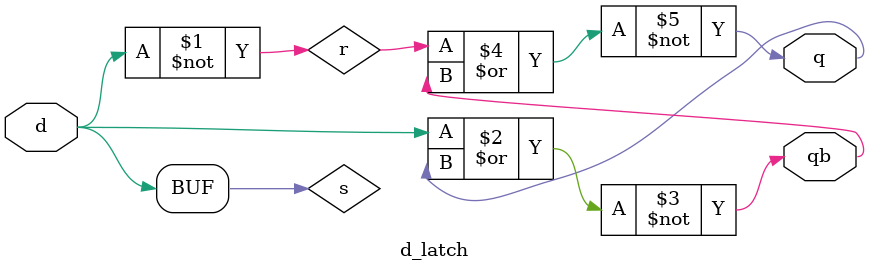
<source format=v>
module d_latch(d,q,qb);

input d;
wire s,r;
output q,qb;

assign s=d;
assign r=~d;

nor NOR2(qb,s,q);
nor NOR1(q,r,qb);

endmodule

</source>
